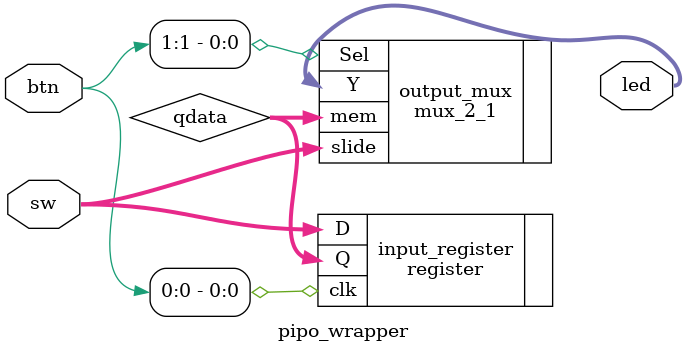
<source format=v>
`timescale 1ns / 1ps
module pipo_wrapper(
    input [7:0] sw,
    input [3:0] btn,
    output [7:0] led
);

wire [7:0] qdata;

register input_register(
    .D(sw),
    .clk(btn[0]),
    .Q(qdata)
);

mux_2_1 output_mux(
    .slide(sw),
    .mem(qdata),
    .Sel(btn[1]),
    .Y(led)
);


endmodule

</source>
